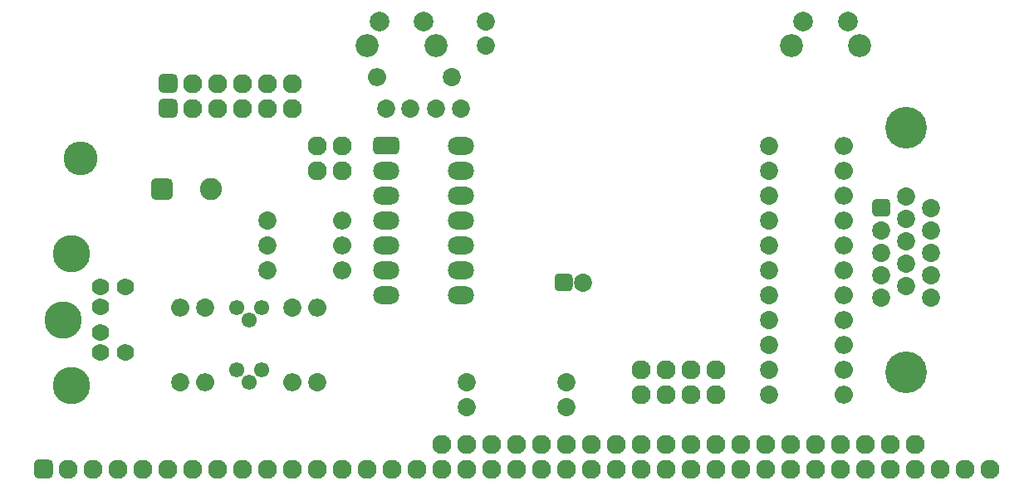
<source format=gbr>
%TF.GenerationSoftware,KiCad,Pcbnew,(5.1.6)-1*%
%TF.CreationDate,2020-12-07T02:49:27-08:00*%
%TF.ProjectId,rc-fabgl,72632d66-6162-4676-9c2e-6b696361645f,rev?*%
%TF.SameCoordinates,PX9157080PY9071968*%
%TF.FileFunction,Soldermask,Bot*%
%TF.FilePolarity,Negative*%
%FSLAX46Y46*%
G04 Gerber Fmt 4.6, Leading zero omitted, Abs format (unit mm)*
G04 Created by KiCad (PCBNEW (5.1.6)-1) date 2020-12-07 02:49:27*
%MOMM*%
%LPD*%
G01*
G04 APERTURE LIST*
%ADD10O,1.954000X1.954000*%
%ADD11C,4.254000*%
%ADD12C,1.854000*%
%ADD13C,1.763000*%
%ADD14C,3.808999*%
%ADD15O,2.654000X1.854000*%
%ADD16O,1.854000X1.854000*%
%ADD17C,1.554000*%
%ADD18C,1.954000*%
%ADD19C,2.254000*%
%ADD20C,2.354000*%
%ADD21C,2.004000*%
%ADD22C,3.454000*%
G04 APERTURE END LIST*
D10*
%TO.C,J3*%
X26670000Y40970200D03*
X26670000Y38430200D03*
X24130000Y40970200D03*
X24130000Y38430200D03*
X21590000Y40970200D03*
X21590000Y38430200D03*
X19050000Y40970200D03*
X19050000Y38430200D03*
X16510000Y40970200D03*
X16510000Y38430200D03*
G36*
G01*
X14458500Y39993200D02*
X13481500Y39993200D01*
G75*
G02*
X12993000Y40481700I0J488500D01*
G01*
X12993000Y41458700D01*
G75*
G02*
X13481500Y41947200I488500J0D01*
G01*
X14458500Y41947200D01*
G75*
G02*
X14947000Y41458700I0J-488500D01*
G01*
X14947000Y40481700D01*
G75*
G02*
X14458500Y39993200I-488500J0D01*
G01*
G37*
G36*
G01*
X14458500Y37453200D02*
X13481500Y37453200D01*
G75*
G02*
X12993000Y37941700I0J488500D01*
G01*
X12993000Y38918700D01*
G75*
G02*
X13481500Y39407200I488500J0D01*
G01*
X14458500Y39407200D01*
G75*
G02*
X14947000Y38918700I0J-488500D01*
G01*
X14947000Y37941700D01*
G75*
G02*
X14458500Y37453200I-488500J0D01*
G01*
G37*
%TD*%
D11*
%TO.C,J5*%
X89177500Y36455200D03*
X89177500Y11455200D03*
D12*
X91757500Y19110200D03*
X91757500Y21400200D03*
X91757500Y23690200D03*
X91757500Y25980200D03*
X91757500Y28270200D03*
X89217500Y20255200D03*
X89217500Y22545200D03*
X89217500Y24835200D03*
X89217500Y27125200D03*
X89217500Y29415200D03*
X86677500Y19110200D03*
X86677500Y21400200D03*
X86677500Y23690200D03*
X86677500Y25980200D03*
G36*
G01*
X87141000Y27343200D02*
X86214000Y27343200D01*
G75*
G02*
X85750500Y27806700I0J463500D01*
G01*
X85750500Y28733700D01*
G75*
G02*
X86214000Y29197200I463500J0D01*
G01*
X87141000Y29197200D01*
G75*
G02*
X87604500Y28733700I0J-463500D01*
G01*
X87604500Y27806700D01*
G75*
G02*
X87141000Y27343200I-463500J0D01*
G01*
G37*
%TD*%
D13*
%TO.C,J4*%
X7112000Y18140200D03*
X7112000Y15540200D03*
X7112000Y20190200D03*
X7112000Y13490200D03*
X9602000Y20190200D03*
X9602000Y13490200D03*
D14*
X3302000Y16840200D03*
X4112000Y10080200D03*
X4112000Y23600200D03*
%TD*%
D15*
%TO.C,U3*%
X43815000Y34620200D03*
X36195000Y19380200D03*
X43815000Y32080200D03*
X36195000Y21920200D03*
X43815000Y29540200D03*
X36195000Y24460200D03*
X43815000Y27000200D03*
X36195000Y27000200D03*
X43815000Y24460200D03*
X36195000Y29540200D03*
X43815000Y21920200D03*
X36195000Y32080200D03*
X43815000Y19380200D03*
G36*
G01*
X34868000Y34156700D02*
X34868000Y35083700D01*
G75*
G02*
X35331500Y35547200I463500J0D01*
G01*
X37058500Y35547200D01*
G75*
G02*
X37522000Y35083700I0J-463500D01*
G01*
X37522000Y34156700D01*
G75*
G02*
X37058500Y33693200I-463500J0D01*
G01*
X35331500Y33693200D01*
G75*
G02*
X34868000Y34156700I0J463500D01*
G01*
G37*
%TD*%
D16*
%TO.C,R19*%
X82867500Y9220200D03*
D12*
X75247500Y9220200D03*
%TD*%
D16*
%TO.C,R18*%
X82867500Y11760200D03*
D12*
X75247500Y11760200D03*
%TD*%
D16*
%TO.C,R17*%
X82867500Y14300200D03*
D12*
X75247500Y14300200D03*
%TD*%
D16*
%TO.C,R16*%
X82867500Y16840200D03*
D12*
X75247500Y16840200D03*
%TD*%
D16*
%TO.C,R15*%
X82867500Y19380200D03*
D12*
X75247500Y19380200D03*
%TD*%
D16*
%TO.C,R14*%
X82867500Y21920200D03*
D12*
X75247500Y21920200D03*
%TD*%
D16*
%TO.C,R13*%
X82867500Y24460200D03*
D12*
X75247500Y24460200D03*
%TD*%
D16*
%TO.C,R12*%
X82867500Y27000200D03*
D12*
X75247500Y27000200D03*
%TD*%
D16*
%TO.C,R11*%
X82867500Y29540200D03*
D12*
X75247500Y29540200D03*
%TD*%
D16*
%TO.C,R10*%
X82867500Y32080200D03*
D12*
X75247500Y32080200D03*
%TD*%
D16*
%TO.C,R9*%
X82867500Y34620200D03*
D12*
X75247500Y34620200D03*
%TD*%
D16*
%TO.C,R5*%
X15240000Y18110200D03*
D12*
X15240000Y10490200D03*
%TD*%
D16*
%TO.C,R6*%
X17780000Y10490200D03*
D12*
X17780000Y18110200D03*
%TD*%
D16*
%TO.C,R8*%
X29210000Y18110200D03*
D12*
X29210000Y10490200D03*
%TD*%
D16*
%TO.C,R7*%
X26670000Y10490200D03*
D12*
X26670000Y18110200D03*
%TD*%
D16*
%TO.C,R2*%
X31750000Y27000200D03*
D12*
X24130000Y27000200D03*
%TD*%
D16*
%TO.C,R3*%
X31750000Y24460200D03*
D12*
X24130000Y24460200D03*
%TD*%
D16*
%TO.C,R4*%
X31750000Y21920200D03*
D12*
X24130000Y21920200D03*
%TD*%
D16*
%TO.C,R1*%
X35242500Y41605200D03*
D12*
X42862500Y41605200D03*
%TD*%
D17*
%TO.C,Q1*%
X23495000Y18110200D03*
X20955000Y18110200D03*
X22225000Y16840200D03*
%TD*%
%TO.C,Q2*%
X23495000Y11760200D03*
X20955000Y11760200D03*
X22225000Y10490200D03*
%TD*%
D10*
%TO.C,JP6*%
X69850000Y9220200D03*
D18*
X69850000Y11760200D03*
%TD*%
D10*
%TO.C,JP5*%
X67310000Y9220200D03*
D18*
X67310000Y11760200D03*
%TD*%
D10*
%TO.C,JP4*%
X64770000Y9220200D03*
D18*
X64770000Y11760200D03*
%TD*%
D10*
%TO.C,JP3*%
X62230000Y9220200D03*
D18*
X62230000Y11760200D03*
%TD*%
D10*
%TO.C,JP2*%
X31750000Y32080200D03*
D18*
X31750000Y34620200D03*
%TD*%
D12*
%TO.C,C6*%
X41315000Y38430200D03*
X43815000Y38430200D03*
%TD*%
%TO.C,C4*%
X46355000Y44820200D03*
X46355000Y47320200D03*
%TD*%
%TO.C,C3*%
X56292500Y20650200D03*
G36*
G01*
X53365500Y20186700D02*
X53365500Y21113700D01*
G75*
G02*
X53829000Y21577200I463500J0D01*
G01*
X54756000Y21577200D01*
G75*
G02*
X55219500Y21113700I0J-463500D01*
G01*
X55219500Y20186700D01*
G75*
G02*
X54756000Y19723200I-463500J0D01*
G01*
X53829000Y19723200D01*
G75*
G02*
X53365500Y20186700I0J463500D01*
G01*
G37*
%TD*%
%TO.C,C1*%
X44450000Y10450200D03*
X44450000Y7950200D03*
%TD*%
D19*
%TO.C,BZ1*%
X18335000Y30175200D03*
G36*
G01*
X12208000Y29611700D02*
X12208000Y30738700D01*
G75*
G02*
X12771500Y31302200I563500J0D01*
G01*
X13898500Y31302200D01*
G75*
G02*
X14462000Y30738700I0J-563500D01*
G01*
X14462000Y29611700D01*
G75*
G02*
X13898500Y29048200I-563500J0D01*
G01*
X12771500Y29048200D01*
G75*
G02*
X12208000Y29611700I0J563500D01*
G01*
G37*
%TD*%
D20*
%TO.C,SW2*%
X77490000Y44830200D03*
D21*
X78740000Y47320200D03*
X83240000Y47320200D03*
D20*
X84500000Y44830200D03*
%TD*%
%TO.C,SW1*%
X41265000Y44830200D03*
D21*
X40005000Y47320200D03*
X35505000Y47320200D03*
D20*
X34255000Y44830200D03*
%TD*%
D10*
%TO.C,JP1*%
X29210000Y32080200D03*
D18*
X29210000Y34620200D03*
%TD*%
D10*
%TO.C,J2*%
X90170000Y4140200D03*
X87630000Y4140200D03*
X85090000Y4140200D03*
X82550000Y4140200D03*
X80010000Y4140200D03*
X77470000Y4140200D03*
X74930000Y4140200D03*
X72390000Y4140200D03*
X69850000Y4140200D03*
X67310000Y4140200D03*
X64770000Y4140200D03*
X62230000Y4140200D03*
X59690000Y4140200D03*
X57150000Y4140200D03*
X54610000Y4140200D03*
X52070000Y4140200D03*
X49530000Y4140200D03*
X46990000Y4140200D03*
X44450000Y4140200D03*
D18*
X41910000Y4140200D03*
%TD*%
D12*
%TO.C,C5*%
X38695000Y38430200D03*
X36195000Y38430200D03*
%TD*%
%TO.C,C2*%
X54610000Y7950200D03*
X54610000Y10450200D03*
%TD*%
D10*
%TO.C,J1*%
X97790000Y1600200D03*
X95250000Y1600200D03*
X92710000Y1600200D03*
X90170000Y1600200D03*
X87630000Y1600200D03*
X85090000Y1600200D03*
X82550000Y1600200D03*
X80010000Y1600200D03*
X77470000Y1600200D03*
X74930000Y1600200D03*
X72390000Y1600200D03*
X69850000Y1600200D03*
X67310000Y1600200D03*
X64770000Y1600200D03*
X62230000Y1600200D03*
X59690000Y1600200D03*
X57150000Y1600200D03*
X54610000Y1600200D03*
X52070000Y1600200D03*
X49530000Y1600200D03*
X46990000Y1600200D03*
X44450000Y1600200D03*
X41910000Y1600200D03*
X39370000Y1600200D03*
X36830000Y1600200D03*
X34290000Y1600200D03*
X31750000Y1600200D03*
X29210000Y1600200D03*
X26670000Y1600200D03*
X24130000Y1600200D03*
X21590000Y1600200D03*
X19050000Y1600200D03*
X16510000Y1600200D03*
X13970000Y1600200D03*
X11430000Y1600200D03*
X8890000Y1600200D03*
X6350000Y1600200D03*
X3810000Y1600200D03*
G36*
G01*
X1758500Y623200D02*
X781500Y623200D01*
G75*
G02*
X293000Y1111700I0J488500D01*
G01*
X293000Y2088700D01*
G75*
G02*
X781500Y2577200I488500J0D01*
G01*
X1758500Y2577200D01*
G75*
G02*
X2247000Y2088700I0J-488500D01*
G01*
X2247000Y1111700D01*
G75*
G02*
X1758500Y623200I-488500J0D01*
G01*
G37*
%TD*%
D22*
%TO.C,*%
X5080000Y33350200D03*
%TD*%
M02*

</source>
